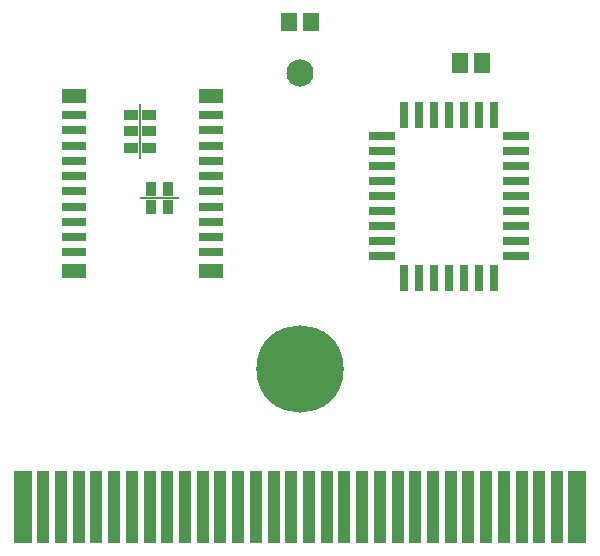
<source format=gbr>
G04 EAGLE Gerber RS-274X export*
G75*
%MOMM*%
%FSLAX34Y34*%
%LPD*%
%INSoldermask Top*%
%IPPOS*%
%AMOC8*
5,1,8,0,0,1.08239X$1,22.5*%
G01*
%ADD10C,7.300000*%
%ADD11C,2.200000*%
%ADD12C,7.401600*%
%ADD13C,2.301600*%
%ADD14R,2.101600X1.301600*%
%ADD15R,2.101600X0.701600*%
%ADD16R,1.501600X6.101600*%
%ADD17R,1.101600X6.101600*%
%ADD18R,1.401600X1.701600*%
%ADD19R,0.701600X2.301600*%
%ADD20R,2.301600X0.701600*%
%ADD21R,1.401600X1.601600*%
%ADD22R,1.270000X0.863600*%
%ADD23R,0.152400X1.828800*%
%ADD24R,0.863600X1.270000*%
%ADD25R,1.828800X0.152400*%


D10*
X255000Y156500D03*
D11*
X255000Y407000D03*
D12*
X255000Y156500D03*
D13*
X255000Y407000D03*
D14*
X179500Y239500D03*
D15*
X179500Y255400D03*
X179500Y268300D03*
X179500Y281200D03*
X179500Y294100D03*
X179500Y307000D03*
X179500Y319900D03*
X179500Y332800D03*
X179500Y345700D03*
X179500Y358600D03*
X179500Y371500D03*
D14*
X179500Y387400D03*
X63500Y239500D03*
D15*
X63500Y255400D03*
X63500Y268300D03*
X63500Y281200D03*
X63500Y294100D03*
X63500Y307000D03*
X63500Y319900D03*
X63500Y332800D03*
X63500Y345700D03*
X63500Y358600D03*
X63500Y371500D03*
D14*
X63500Y387400D03*
D16*
X20500Y40000D03*
D17*
X37500Y40000D03*
X67500Y40000D03*
X82500Y40000D03*
X97500Y40000D03*
X112500Y40000D03*
X127500Y40000D03*
X142500Y40000D03*
X157500Y40000D03*
X172500Y40000D03*
X187500Y40000D03*
X202500Y40000D03*
X217500Y40000D03*
X232500Y40000D03*
X247500Y40000D03*
X262500Y40000D03*
X277500Y40000D03*
X292500Y40000D03*
X307500Y40000D03*
X322500Y40000D03*
X52500Y40000D03*
X337500Y40000D03*
X352500Y40000D03*
X367500Y40000D03*
X382500Y40000D03*
X397500Y40000D03*
X412500Y40000D03*
X427500Y40000D03*
X442500Y40000D03*
X457500Y40000D03*
X472500Y40000D03*
D16*
X489500Y40000D03*
D18*
X409300Y415800D03*
X390300Y415800D03*
D19*
X381000Y372000D03*
X368300Y372000D03*
X355600Y372000D03*
X342900Y372000D03*
D20*
X324000Y341100D03*
X324000Y328400D03*
X324000Y315700D03*
X324000Y303000D03*
X324000Y290300D03*
X324000Y277600D03*
X324000Y264900D03*
X324000Y353800D03*
X324000Y252200D03*
D19*
X342900Y234000D03*
X355600Y234000D03*
X368300Y234000D03*
X381000Y234000D03*
X393700Y234000D03*
X406400Y234000D03*
X419100Y234000D03*
D20*
X438000Y252200D03*
X438000Y264900D03*
X438000Y277600D03*
X438000Y290300D03*
X438000Y303000D03*
X438000Y315700D03*
X438000Y328400D03*
X438000Y341100D03*
X438000Y353800D03*
D19*
X419100Y372000D03*
X406400Y372000D03*
X393700Y372000D03*
D21*
X264500Y450000D03*
X245500Y450000D03*
D22*
X111380Y372000D03*
X126620Y372000D03*
D23*
X119000Y372000D03*
D22*
X111380Y358000D03*
X126620Y358000D03*
D23*
X119000Y358000D03*
D22*
X111380Y344000D03*
X126620Y344000D03*
D23*
X119000Y344000D03*
D24*
X143380Y308620D03*
X143380Y293380D03*
D25*
X143380Y301000D03*
D24*
X128380Y308620D03*
X128380Y293380D03*
D25*
X128380Y301000D03*
M02*

</source>
